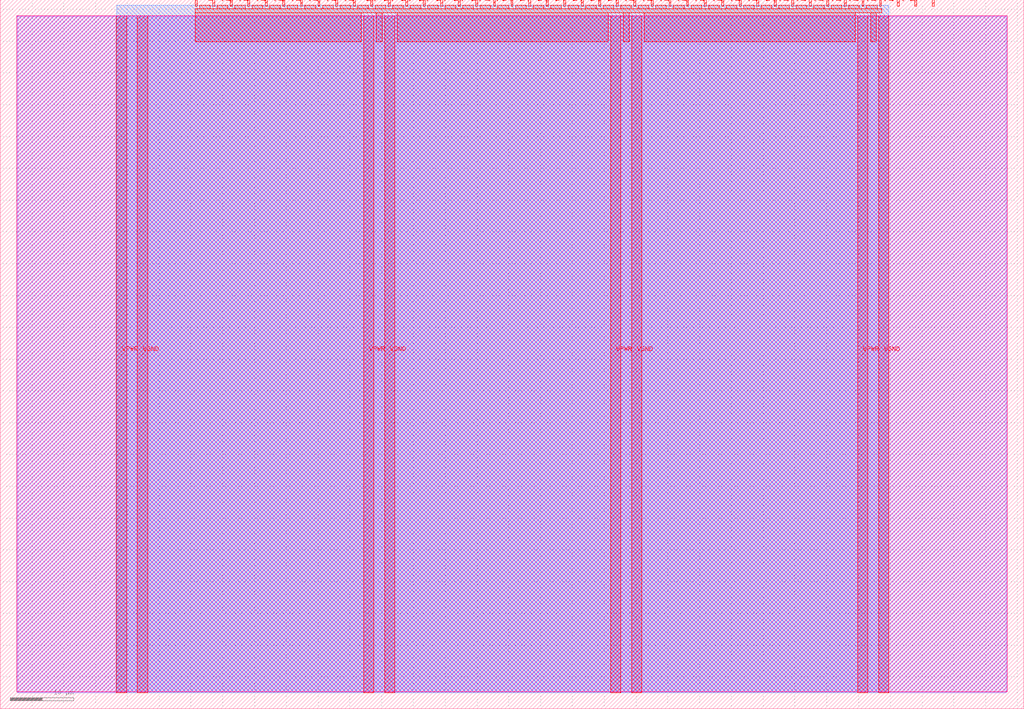
<source format=lef>
VERSION 5.7 ;
  NOWIREEXTENSIONATPIN ON ;
  DIVIDERCHAR "/" ;
  BUSBITCHARS "[]" ;
MACRO tt_um_wokwi_442977603880750081
  CLASS BLOCK ;
  FOREIGN tt_um_wokwi_442977603880750081 ;
  ORIGIN 0.000 0.000 ;
  SIZE 161.000 BY 111.520 ;
  PIN VGND
    DIRECTION INOUT ;
    USE GROUND ;
    PORT
      LAYER met4 ;
        RECT 21.580 2.480 23.180 109.040 ;
    END
    PORT
      LAYER met4 ;
        RECT 60.450 2.480 62.050 109.040 ;
    END
    PORT
      LAYER met4 ;
        RECT 99.320 2.480 100.920 109.040 ;
    END
    PORT
      LAYER met4 ;
        RECT 138.190 2.480 139.790 109.040 ;
    END
  END VGND
  PIN VPWR
    DIRECTION INOUT ;
    USE POWER ;
    PORT
      LAYER met4 ;
        RECT 18.280 2.480 19.880 109.040 ;
    END
    PORT
      LAYER met4 ;
        RECT 57.150 2.480 58.750 109.040 ;
    END
    PORT
      LAYER met4 ;
        RECT 96.020 2.480 97.620 109.040 ;
    END
    PORT
      LAYER met4 ;
        RECT 134.890 2.480 136.490 109.040 ;
    END
  END VPWR
  PIN clk
    DIRECTION INPUT ;
    USE SIGNAL ;
    PORT
      LAYER met4 ;
        RECT 143.830 110.520 144.130 111.520 ;
    END
  END clk
  PIN ena
    DIRECTION INPUT ;
    USE SIGNAL ;
    PORT
      LAYER met4 ;
        RECT 146.590 110.520 146.890 111.520 ;
    END
  END ena
  PIN rst_n
    DIRECTION INPUT ;
    USE SIGNAL ;
    PORT
      LAYER met4 ;
        RECT 141.070 110.520 141.370 111.520 ;
    END
  END rst_n
  PIN ui_in[0]
    DIRECTION INPUT ;
    USE SIGNAL ;
    ANTENNAGATEAREA 0.196500 ;
    PORT
      LAYER met4 ;
        RECT 138.310 110.520 138.610 111.520 ;
    END
  END ui_in[0]
  PIN ui_in[1]
    DIRECTION INPUT ;
    USE SIGNAL ;
    PORT
      LAYER met4 ;
        RECT 135.550 110.520 135.850 111.520 ;
    END
  END ui_in[1]
  PIN ui_in[2]
    DIRECTION INPUT ;
    USE SIGNAL ;
    PORT
      LAYER met4 ;
        RECT 132.790 110.520 133.090 111.520 ;
    END
  END ui_in[2]
  PIN ui_in[3]
    DIRECTION INPUT ;
    USE SIGNAL ;
    PORT
      LAYER met4 ;
        RECT 130.030 110.520 130.330 111.520 ;
    END
  END ui_in[3]
  PIN ui_in[4]
    DIRECTION INPUT ;
    USE SIGNAL ;
    ANTENNAGATEAREA 0.196500 ;
    PORT
      LAYER met4 ;
        RECT 127.270 110.520 127.570 111.520 ;
    END
  END ui_in[4]
  PIN ui_in[5]
    DIRECTION INPUT ;
    USE SIGNAL ;
    PORT
      LAYER met4 ;
        RECT 124.510 110.520 124.810 111.520 ;
    END
  END ui_in[5]
  PIN ui_in[6]
    DIRECTION INPUT ;
    USE SIGNAL ;
    PORT
      LAYER met4 ;
        RECT 121.750 110.520 122.050 111.520 ;
    END
  END ui_in[6]
  PIN ui_in[7]
    DIRECTION INPUT ;
    USE SIGNAL ;
    ANTENNAGATEAREA 0.196500 ;
    PORT
      LAYER met4 ;
        RECT 118.990 110.520 119.290 111.520 ;
    END
  END ui_in[7]
  PIN uio_in[0]
    DIRECTION INPUT ;
    USE SIGNAL ;
    PORT
      LAYER met4 ;
        RECT 116.230 110.520 116.530 111.520 ;
    END
  END uio_in[0]
  PIN uio_in[1]
    DIRECTION INPUT ;
    USE SIGNAL ;
    PORT
      LAYER met4 ;
        RECT 113.470 110.520 113.770 111.520 ;
    END
  END uio_in[1]
  PIN uio_in[2]
    DIRECTION INPUT ;
    USE SIGNAL ;
    PORT
      LAYER met4 ;
        RECT 110.710 110.520 111.010 111.520 ;
    END
  END uio_in[2]
  PIN uio_in[3]
    DIRECTION INPUT ;
    USE SIGNAL ;
    PORT
      LAYER met4 ;
        RECT 107.950 110.520 108.250 111.520 ;
    END
  END uio_in[3]
  PIN uio_in[4]
    DIRECTION INPUT ;
    USE SIGNAL ;
    PORT
      LAYER met4 ;
        RECT 105.190 110.520 105.490 111.520 ;
    END
  END uio_in[4]
  PIN uio_in[5]
    DIRECTION INPUT ;
    USE SIGNAL ;
    PORT
      LAYER met4 ;
        RECT 102.430 110.520 102.730 111.520 ;
    END
  END uio_in[5]
  PIN uio_in[6]
    DIRECTION INPUT ;
    USE SIGNAL ;
    PORT
      LAYER met4 ;
        RECT 99.670 110.520 99.970 111.520 ;
    END
  END uio_in[6]
  PIN uio_in[7]
    DIRECTION INPUT ;
    USE SIGNAL ;
    PORT
      LAYER met4 ;
        RECT 96.910 110.520 97.210 111.520 ;
    END
  END uio_in[7]
  PIN uio_oe[0]
    DIRECTION OUTPUT ;
    USE SIGNAL ;
    PORT
      LAYER met4 ;
        RECT 49.990 110.520 50.290 111.520 ;
    END
  END uio_oe[0]
  PIN uio_oe[1]
    DIRECTION OUTPUT ;
    USE SIGNAL ;
    PORT
      LAYER met4 ;
        RECT 47.230 110.520 47.530 111.520 ;
    END
  END uio_oe[1]
  PIN uio_oe[2]
    DIRECTION OUTPUT ;
    USE SIGNAL ;
    PORT
      LAYER met4 ;
        RECT 44.470 110.520 44.770 111.520 ;
    END
  END uio_oe[2]
  PIN uio_oe[3]
    DIRECTION OUTPUT ;
    USE SIGNAL ;
    PORT
      LAYER met4 ;
        RECT 41.710 110.520 42.010 111.520 ;
    END
  END uio_oe[3]
  PIN uio_oe[4]
    DIRECTION OUTPUT ;
    USE SIGNAL ;
    PORT
      LAYER met4 ;
        RECT 38.950 110.520 39.250 111.520 ;
    END
  END uio_oe[4]
  PIN uio_oe[5]
    DIRECTION OUTPUT ;
    USE SIGNAL ;
    PORT
      LAYER met4 ;
        RECT 36.190 110.520 36.490 111.520 ;
    END
  END uio_oe[5]
  PIN uio_oe[6]
    DIRECTION OUTPUT ;
    USE SIGNAL ;
    PORT
      LAYER met4 ;
        RECT 33.430 110.520 33.730 111.520 ;
    END
  END uio_oe[6]
  PIN uio_oe[7]
    DIRECTION OUTPUT ;
    USE SIGNAL ;
    PORT
      LAYER met4 ;
        RECT 30.670 110.520 30.970 111.520 ;
    END
  END uio_oe[7]
  PIN uio_out[0]
    DIRECTION OUTPUT ;
    USE SIGNAL ;
    PORT
      LAYER met4 ;
        RECT 72.070 110.520 72.370 111.520 ;
    END
  END uio_out[0]
  PIN uio_out[1]
    DIRECTION OUTPUT ;
    USE SIGNAL ;
    PORT
      LAYER met4 ;
        RECT 69.310 110.520 69.610 111.520 ;
    END
  END uio_out[1]
  PIN uio_out[2]
    DIRECTION OUTPUT ;
    USE SIGNAL ;
    PORT
      LAYER met4 ;
        RECT 66.550 110.520 66.850 111.520 ;
    END
  END uio_out[2]
  PIN uio_out[3]
    DIRECTION OUTPUT ;
    USE SIGNAL ;
    PORT
      LAYER met4 ;
        RECT 63.790 110.520 64.090 111.520 ;
    END
  END uio_out[3]
  PIN uio_out[4]
    DIRECTION OUTPUT ;
    USE SIGNAL ;
    PORT
      LAYER met4 ;
        RECT 61.030 110.520 61.330 111.520 ;
    END
  END uio_out[4]
  PIN uio_out[5]
    DIRECTION OUTPUT ;
    USE SIGNAL ;
    PORT
      LAYER met4 ;
        RECT 58.270 110.520 58.570 111.520 ;
    END
  END uio_out[5]
  PIN uio_out[6]
    DIRECTION OUTPUT ;
    USE SIGNAL ;
    PORT
      LAYER met4 ;
        RECT 55.510 110.520 55.810 111.520 ;
    END
  END uio_out[6]
  PIN uio_out[7]
    DIRECTION OUTPUT ;
    USE SIGNAL ;
    PORT
      LAYER met4 ;
        RECT 52.750 110.520 53.050 111.520 ;
    END
  END uio_out[7]
  PIN uo_out[0]
    DIRECTION OUTPUT ;
    USE SIGNAL ;
    PORT
      LAYER met4 ;
        RECT 94.150 110.520 94.450 111.520 ;
    END
  END uo_out[0]
  PIN uo_out[1]
    DIRECTION OUTPUT ;
    USE SIGNAL ;
    ANTENNADIFFAREA 0.445500 ;
    PORT
      LAYER met4 ;
        RECT 91.390 110.520 91.690 111.520 ;
    END
  END uo_out[1]
  PIN uo_out[2]
    DIRECTION OUTPUT ;
    USE SIGNAL ;
    ANTENNADIFFAREA 0.445500 ;
    PORT
      LAYER met4 ;
        RECT 88.630 110.520 88.930 111.520 ;
    END
  END uo_out[2]
  PIN uo_out[3]
    DIRECTION OUTPUT ;
    USE SIGNAL ;
    ANTENNADIFFAREA 0.445500 ;
    PORT
      LAYER met4 ;
        RECT 85.870 110.520 86.170 111.520 ;
    END
  END uo_out[3]
  PIN uo_out[4]
    DIRECTION OUTPUT ;
    USE SIGNAL ;
    PORT
      LAYER met4 ;
        RECT 83.110 110.520 83.410 111.520 ;
    END
  END uo_out[4]
  PIN uo_out[5]
    DIRECTION OUTPUT ;
    USE SIGNAL ;
    ANTENNADIFFAREA 0.445500 ;
    PORT
      LAYER met4 ;
        RECT 80.350 110.520 80.650 111.520 ;
    END
  END uo_out[5]
  PIN uo_out[6]
    DIRECTION OUTPUT ;
    USE SIGNAL ;
    ANTENNADIFFAREA 0.445500 ;
    PORT
      LAYER met4 ;
        RECT 77.590 110.520 77.890 111.520 ;
    END
  END uo_out[6]
  PIN uo_out[7]
    DIRECTION OUTPUT ;
    USE SIGNAL ;
    PORT
      LAYER met4 ;
        RECT 74.830 110.520 75.130 111.520 ;
    END
  END uo_out[7]
  OBS
      LAYER nwell ;
        RECT 2.570 2.635 158.430 108.990 ;
      LAYER li1 ;
        RECT 2.760 2.635 158.240 108.885 ;
      LAYER met1 ;
        RECT 2.760 2.480 158.240 109.040 ;
      LAYER met2 ;
        RECT 18.310 2.535 139.760 110.685 ;
      LAYER met3 ;
        RECT 18.290 2.555 139.780 110.665 ;
      LAYER met4 ;
        RECT 31.370 110.120 33.030 110.665 ;
        RECT 34.130 110.120 35.790 110.665 ;
        RECT 36.890 110.120 38.550 110.665 ;
        RECT 39.650 110.120 41.310 110.665 ;
        RECT 42.410 110.120 44.070 110.665 ;
        RECT 45.170 110.120 46.830 110.665 ;
        RECT 47.930 110.120 49.590 110.665 ;
        RECT 50.690 110.120 52.350 110.665 ;
        RECT 53.450 110.120 55.110 110.665 ;
        RECT 56.210 110.120 57.870 110.665 ;
        RECT 58.970 110.120 60.630 110.665 ;
        RECT 61.730 110.120 63.390 110.665 ;
        RECT 64.490 110.120 66.150 110.665 ;
        RECT 67.250 110.120 68.910 110.665 ;
        RECT 70.010 110.120 71.670 110.665 ;
        RECT 72.770 110.120 74.430 110.665 ;
        RECT 75.530 110.120 77.190 110.665 ;
        RECT 78.290 110.120 79.950 110.665 ;
        RECT 81.050 110.120 82.710 110.665 ;
        RECT 83.810 110.120 85.470 110.665 ;
        RECT 86.570 110.120 88.230 110.665 ;
        RECT 89.330 110.120 90.990 110.665 ;
        RECT 92.090 110.120 93.750 110.665 ;
        RECT 94.850 110.120 96.510 110.665 ;
        RECT 97.610 110.120 99.270 110.665 ;
        RECT 100.370 110.120 102.030 110.665 ;
        RECT 103.130 110.120 104.790 110.665 ;
        RECT 105.890 110.120 107.550 110.665 ;
        RECT 108.650 110.120 110.310 110.665 ;
        RECT 111.410 110.120 113.070 110.665 ;
        RECT 114.170 110.120 115.830 110.665 ;
        RECT 116.930 110.120 118.590 110.665 ;
        RECT 119.690 110.120 121.350 110.665 ;
        RECT 122.450 110.120 124.110 110.665 ;
        RECT 125.210 110.120 126.870 110.665 ;
        RECT 127.970 110.120 129.630 110.665 ;
        RECT 130.730 110.120 132.390 110.665 ;
        RECT 133.490 110.120 135.150 110.665 ;
        RECT 136.250 110.120 137.910 110.665 ;
        RECT 30.655 109.440 138.625 110.120 ;
        RECT 30.655 104.895 56.750 109.440 ;
        RECT 59.150 104.895 60.050 109.440 ;
        RECT 62.450 104.895 95.620 109.440 ;
        RECT 98.020 104.895 98.920 109.440 ;
        RECT 101.320 104.895 134.490 109.440 ;
        RECT 136.890 104.895 137.790 109.440 ;
  END
END tt_um_wokwi_442977603880750081
END LIBRARY


</source>
